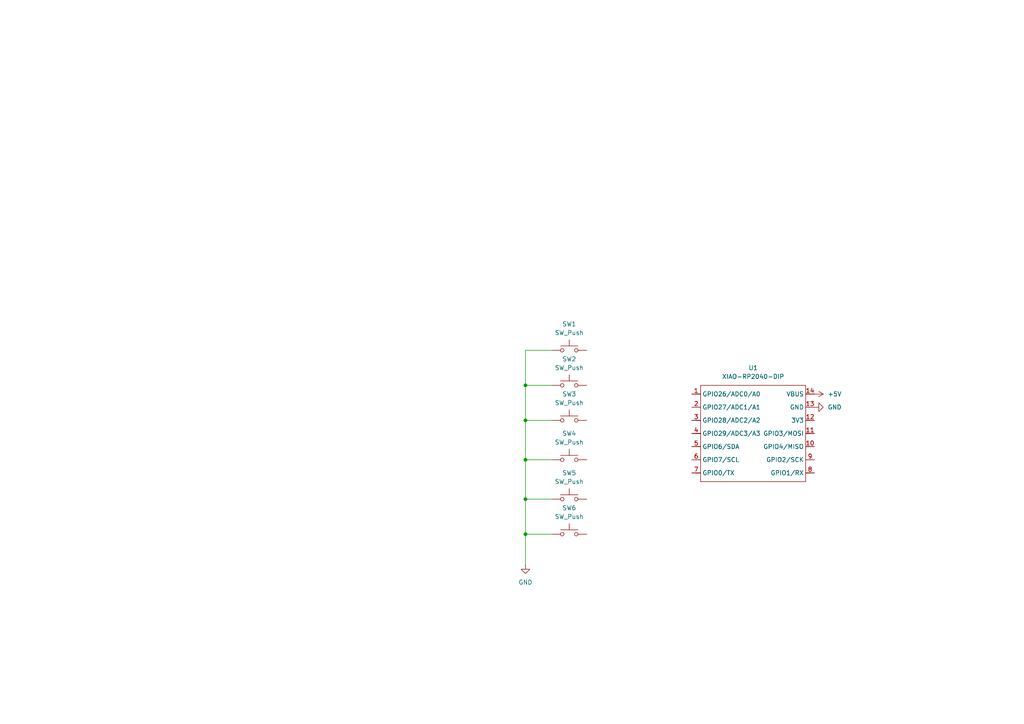
<source format=kicad_sch>
(kicad_sch (version 20250114) (generator "eeschema") (generator_version "9.0")
  (paper "A4")
  (lib_symbols
    (symbol "Seeed_Studio_XIAO_Series:XIAO-RP2040-DIP"
      (property "Reference" "U" (at 0 0 0))
      (property "Value" "XIAO-RP2040-DIP" (at 5.334 -1.778 0))
      (symbol "XIAO-RP2040-DIP_1_0"
        (polyline (pts (xy -1.27 -2.54) (xy 29.21 -2.54)) (stroke (width 0.1524)))
        (polyline (pts (xy -1.27 -5.08) (xy -2.54 -5.08)) (stroke (width 0.1524)))
        (polyline (pts (xy -1.27 -5.08) (xy -1.27 -2.54)) (stroke (width 0.1524)))
        (polyline (pts (xy -1.27 -8.89) (xy -2.54 -8.89)) (stroke (width 0.1524)))
        (polyline (pts (xy -1.27 -8.89) (xy -1.27 -5.08)) (stroke (width 0.1524)))
        (polyline (pts (xy -1.27 -12.7) (xy -2.54 -12.7)) (stroke (width 0.1524)))
        (polyline (pts (xy -1.27 -12.7) (xy -1.27 -8.89)) (stroke (width 0.1524)))
        (polyline (pts (xy -1.27 -16.51) (xy -2.54 -16.51)) (stroke (width 0.1524)))
        (polyline (pts (xy -1.27 -16.51) (xy -1.27 -12.7)) (stroke (width 0.1524)))
        (polyline (pts (xy -1.27 -20.32) (xy -2.54 -20.32)) (stroke (width 0.1524)))
        (polyline (pts (xy -1.27 -24.13) (xy -2.54 -24.13)) (stroke (width 0.1524)))
        (polyline (pts (xy -1.27 -27.94) (xy -2.54 -27.94)) (stroke (width 0.1524)))
        (polyline (pts (xy -1.27 -30.48) (xy -1.27 -16.51)) (stroke (width 0.1524)))
        (polyline (pts (xy 29.21 -2.54) (xy 29.21 -5.08)) (stroke (width 0.1524)))
        (polyline (pts (xy 29.21 -5.08) (xy 29.21 -8.89)) (stroke (width 0.1524)))
        (polyline (pts (xy 29.21 -8.89) (xy 29.21 -12.7)) (stroke (width 0.1524)))
        (polyline (pts (xy 29.21 -12.7) (xy 29.21 -30.48)) (stroke (width 0.1524)))
        (polyline (pts (xy 29.21 -30.48) (xy -1.27 -30.48)) (stroke (width 0.1524)))
        (polyline (pts (xy 30.48 -5.08) (xy 29.21 -5.08)) (stroke (width 0.1524)))
        (polyline (pts (xy 30.48 -8.89) (xy 29.21 -8.89)) (stroke (width 0.1524)))
        (polyline (pts (xy 30.48 -12.7) (xy 29.21 -12.7)) (stroke (width 0.1524)))
        (polyline (pts (xy 30.48 -16.51) (xy 29.21 -16.51)) (stroke (width 0.1524)))
        (polyline (pts (xy 30.48 -20.32) (xy 29.21 -20.32)) (stroke (width 0.1524)))
        (polyline (pts (xy 30.48 -24.13) (xy 29.21 -24.13)) (stroke (width 0.1524)))
        (polyline (pts (xy 30.48 -27.94) (xy 29.21 -27.94)) (stroke (width 0.1524)))
        (pin passive line (at -3.81 -5.08 0) (length 2.54) (name "GPIO26/ADC0/A0") (number "1"))
        (pin passive line (at -3.81 -8.89 0) (length 2.54) (name "GPIO27/ADC1/A1") (number "2"))
        (pin passive line (at -3.81 -12.7 0) (length 2.54) (name "GPIO28/ADC2/A2") (number "3"))
        (pin passive line (at -3.81 -16.51 0) (length 2.54) (name "GPIO29/ADC3/A3") (number "4"))
        (pin passive line (at -3.81 -20.32 0) (length 2.54) (name "GPIO6/SDA") (number "5"))
        (pin passive line (at -3.81 -24.13 0) (length 2.54) (name "GPIO7/SCL") (number "6"))
        (pin passive line (at -3.81 -27.94 0) (length 2.54) (name "GPIO0/TX") (number "7"))
        (pin passive line (at 31.75 -5.08 180) (length 2.54) (name "VBUS") (number "14"))
        (pin passive line (at 31.75 -8.89 180) (length 2.54) (name "GND") (number "13"))
        (pin passive line (at 31.75 -12.7 180) (length 2.54) (name "3V3") (number "12"))
        (pin passive line (at 31.75 -16.51 180) (length 2.54) (name "GPIO3/MOSI") (number "11"))
        (pin passive line (at 31.75 -20.32 180) (length 2.54) (name "GPIO4/MISO") (number "10"))
        (pin passive line (at 31.75 -24.13 180) (length 2.54) (name "GPIO2/SCK") (number "9"))
        (pin passive line (at 31.75 -27.94 180) (length 2.54) (name "GPIO1/RX") (number "8"))
      )
    )
    (symbol "Switch:SW_Push" (pin_numbers (hide yes)) (pin_names (offset 1.016) (hide yes))
      (property "Reference" "SW" (at 1.27 2.54 0))
      (property "Value" "SW_Push" (at 0 -1.524 0))
      (symbol "SW_Push_0_1"
        (circle (center -2.032 0) (radius 0.508))
        (polyline (pts (xy 0 1.27) (xy 0 3.048)))
        (circle (center 2.032 0) (radius 0.508))
        (polyline (pts (xy 2.54 1.27) (xy -2.54 1.27)))
        (pin passive line (at -5.08 0 0) (length 2.54) (name "1") (number "1"))
        (pin passive line (at 5.08 0 180) (length 2.54) (name "2") (number "2"))
      )
    )
    (symbol "power:+5V" (power) (pin_numbers (hide yes)) (pin_names (offset 0) (hide yes))
      (property "Value" "+5V" (at 0 3.556 0))
      (symbol "+5V_0_1"
        (polyline (pts (xy -0.762 1.27) (xy 0 2.54)))
        (polyline (pts (xy 0 2.54) (xy 0.762 1.27)))
        (polyline (pts (xy 0 0) (xy 0 2.54)))
      )
      (symbol "+5V_1_1"
        (pin power_in line (at 0 0 90) (length 0) (name "~") (number "1"))
      )
    )
    (symbol "power:GND" (power) (pin_numbers (hide yes)) (pin_names (offset 0) (hide yes))
      (property "Value" "GND" (at 0 -3.81 0))
      (symbol "GND_0_1"
        (polyline (pts (xy 0 0) (xy 0 -1.27) (xy 1.27 -1.27) (xy 0 -2.54) (xy -1.27 -1.27) (xy 0 -1.27)))
      )
      (symbol "GND_1_1"
        (pin power_in line (at 0 0 270) (length 0) (name "~") (number "1"))
      )
    )
  )
  (junction (at 152.4 154.94))
  (junction (at 152.4 111.76))
  (junction (at 152.4 144.78))
  (junction (at 152.4 121.92))
  (junction (at 152.4 133.35))
  (wire (pts (xy 152.4 101.6) (xy 152.4 111.76)))
  (wire (pts (xy 152.4 111.76) (xy 152.4 121.92)))
  (wire (pts (xy 152.4 121.92) (xy 152.4 133.35)))
  (wire (pts (xy 152.4 144.78) (xy 160.02 144.78)))
  (wire (pts (xy 152.4 121.92) (xy 160.02 121.92)))
  (wire (pts (xy 152.4 133.35) (xy 152.4 144.78)))
  (wire (pts (xy 152.4 111.76) (xy 160.02 111.76)))
  (wire (pts (xy 152.4 133.35) (xy 160.02 133.35)))
  (wire (pts (xy 152.4 154.94) (xy 160.02 154.94)))
  (wire (pts (xy 152.4 144.78) (xy 152.4 154.94)))
  (wire (pts (xy 152.4 154.94) (xy 152.4 163.83)))
  (wire (pts (xy 160.02 101.6) (xy 152.4 101.6)))
  (symbol (lib_id "power:GND") (at 152.4 163.83 0) (unit 1)
    (property "Reference" "#PWR01" (effects (hide yes)))
    (property "Value" "GND" (at 152.4 168.91 0))
    (property "Description" "Power symbol creates a global label with name \"GND\" , ground" (effects (hide yes)))
  )
  (symbol (lib_id "Switch:SW_Push") (at 165.1 133.35 0) (unit 1)
    (property "Reference" "SW4" (at 165.1 125.73 0))
    (property "Value" "SW_Push" (at 165.1 128.27 0))
    (property "Description" "Push button switch, generic, two pins" (effects (hide yes)))
  )
  (symbol (lib_id "power:+5V") (at 236.22 114.3 270) (unit 1)
    (property "Reference" "#PWR03" (effects (hide yes)))
    (property "Value" "+5V" (at 240.03 114.2999 90) (effects (justify left)))
    (property "Description" "Power symbol creates a global label with name \"+5V\"" (effects (hide yes)))
  )
  (symbol (lib_id "Switch:SW_Push") (at 165.1 154.94 0) (unit 1)
    (property "Reference" "SW6" (at 165.1 147.32 0))
    (property "Value" "SW_Push" (at 165.1 149.86 0))
    (property "Description" "Push button switch, generic, two pins" (effects (hide yes)))
  )
  (symbol (lib_id "Switch:SW_Push") (at 165.1 144.78 0) (unit 1)
    (property "Reference" "SW5" (at 165.1 137.16 0))
    (property "Value" "SW_Push" (at 165.1 139.7 0))
    (property "Description" "Push button switch, generic, two pins" (effects (hide yes)))
  )
  (symbol (lib_id "Switch:SW_Push") (at 165.1 111.76 0) (unit 1)
    (property "Reference" "SW2" (at 165.1 104.14 0))
    (property "Value" "SW_Push" (at 165.1 106.68 0))
    (property "Description" "Push button switch, generic, two pins" (effects (hide yes)))
  )
  (symbol (lib_id "Switch:SW_Push") (at 165.1 101.6 0) (unit 1)
    (property "Reference" "SW1" (at 165.1 93.98 0))
    (property "Value" "SW_Push" (at 165.1 96.52 0))
    (property "Description" "Push button switch, generic, two pins" (effects (hide yes)))
  )
  (symbol (lib_id "power:GND") (at 236.22 118.11 90) (unit 1)
    (property "Reference" "#PWR02" (effects (hide yes)))
    (property "Value" "GND" (at 240.03 118.1099 90) (effects (justify right)))
    (property "Description" "Power symbol creates a global label with name \"GND\" , ground" (effects (hide yes)))
  )
  (symbol (lib_id "Switch:SW_Push") (at 165.1 121.92 0) (unit 1)
    (property "Reference" "SW3" (at 165.1 114.3 0))
    (property "Value" "SW_Push" (at 165.1 116.84 0))
    (property "Description" "Push button switch, generic, two pins" (effects (hide yes)))
  )
  (symbol (lib_id "Seeed_Studio_XIAO_Series:XIAO-RP2040-DIP") (at 204.47 109.22 0) (unit 1)
    (property "Reference" "U1" (at 218.44 106.68 0))
    (property "Value" "XIAO-RP2040-DIP" (at 218.44 109.22 0))
    (property "Footprint" "Module:MOUDLE14P-XIAO-DIP-SMD" (effects (hide yes)))
  )
)
</source>
